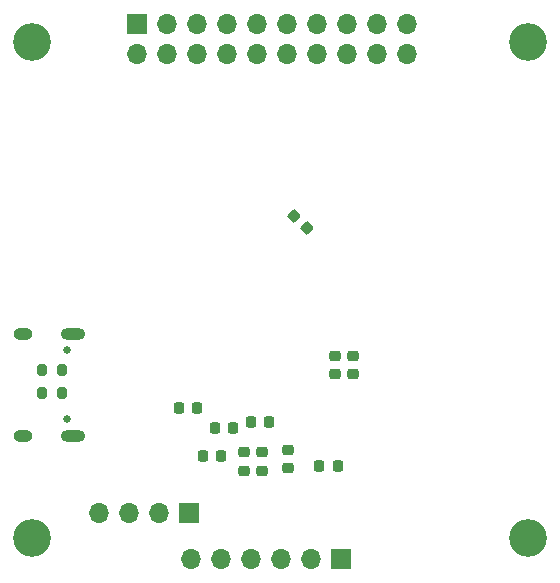
<source format=gbs>
%TF.GenerationSoftware,KiCad,Pcbnew,(7.0.0)*%
%TF.CreationDate,2023-04-01T17:32:09+03:00*%
%TF.ProjectId,base_board,62617365-5f62-46f6-9172-642e6b696361,rev?*%
%TF.SameCoordinates,Original*%
%TF.FileFunction,Soldermask,Bot*%
%TF.FilePolarity,Negative*%
%FSLAX46Y46*%
G04 Gerber Fmt 4.6, Leading zero omitted, Abs format (unit mm)*
G04 Created by KiCad (PCBNEW (7.0.0)) date 2023-04-01 17:32:09*
%MOMM*%
%LPD*%
G01*
G04 APERTURE LIST*
G04 Aperture macros list*
%AMRoundRect*
0 Rectangle with rounded corners*
0 $1 Rounding radius*
0 $2 $3 $4 $5 $6 $7 $8 $9 X,Y pos of 4 corners*
0 Add a 4 corners polygon primitive as box body*
4,1,4,$2,$3,$4,$5,$6,$7,$8,$9,$2,$3,0*
0 Add four circle primitives for the rounded corners*
1,1,$1+$1,$2,$3*
1,1,$1+$1,$4,$5*
1,1,$1+$1,$6,$7*
1,1,$1+$1,$8,$9*
0 Add four rect primitives between the rounded corners*
20,1,$1+$1,$2,$3,$4,$5,0*
20,1,$1+$1,$4,$5,$6,$7,0*
20,1,$1+$1,$6,$7,$8,$9,0*
20,1,$1+$1,$8,$9,$2,$3,0*%
G04 Aperture macros list end*
%ADD10C,3.200000*%
%ADD11R,1.700000X1.700000*%
%ADD12O,1.700000X1.700000*%
%ADD13C,0.650000*%
%ADD14O,2.100000X1.000000*%
%ADD15O,1.600000X1.000000*%
%ADD16RoundRect,0.225000X-0.225000X-0.250000X0.225000X-0.250000X0.225000X0.250000X-0.225000X0.250000X0*%
%ADD17RoundRect,0.225000X0.250000X-0.225000X0.250000X0.225000X-0.250000X0.225000X-0.250000X-0.225000X0*%
%ADD18RoundRect,0.225000X-0.250000X0.225000X-0.250000X-0.225000X0.250000X-0.225000X0.250000X0.225000X0*%
%ADD19RoundRect,0.225000X-0.335876X-0.017678X-0.017678X-0.335876X0.335876X0.017678X0.017678X0.335876X0*%
%ADD20RoundRect,0.225000X0.225000X0.250000X-0.225000X0.250000X-0.225000X-0.250000X0.225000X-0.250000X0*%
%ADD21RoundRect,0.200000X-0.200000X-0.275000X0.200000X-0.275000X0.200000X0.275000X-0.200000X0.275000X0*%
%ADD22RoundRect,0.200000X0.200000X0.275000X-0.200000X0.275000X-0.200000X-0.275000X0.200000X-0.275000X0*%
G04 APERTURE END LIST*
D10*
X107000000Y-114000000D03*
D11*
X115839999Y-70459999D03*
D12*
X115839999Y-72999999D03*
X118379999Y-70459999D03*
X118379999Y-72999999D03*
X120919999Y-70459999D03*
X120919999Y-72999999D03*
X123459999Y-70459999D03*
X123459999Y-72999999D03*
X125999999Y-70459999D03*
X125999999Y-72999999D03*
X128539999Y-70459999D03*
X128539999Y-72999999D03*
X131079999Y-70459999D03*
X131079999Y-72999999D03*
X133619999Y-70459999D03*
X133619999Y-72999999D03*
X136159999Y-70459999D03*
X136159999Y-72999999D03*
X138699999Y-70459999D03*
X138699999Y-72999999D03*
D11*
X133169999Y-115749999D03*
D12*
X130629999Y-115749999D03*
X128089999Y-115749999D03*
X125549999Y-115749999D03*
X123009999Y-115749999D03*
X120469999Y-115749999D03*
D10*
X149000000Y-114000000D03*
X149000000Y-72000000D03*
D11*
X120279999Y-111869999D03*
D12*
X117739999Y-111869999D03*
X115199999Y-111869999D03*
X112659999Y-111869999D03*
D13*
X109915000Y-98090000D03*
X109915000Y-103870000D03*
D14*
X110414999Y-96659999D03*
D15*
X106234999Y-96659999D03*
D14*
X110414999Y-105299999D03*
D15*
X106234999Y-105299999D03*
D10*
X107000000Y-72000000D03*
D16*
X131310000Y-107910000D03*
X132860000Y-107910000D03*
D17*
X134180000Y-100075000D03*
X134180000Y-98525000D03*
D18*
X126450000Y-106705000D03*
X126450000Y-108255000D03*
D19*
X129161992Y-86661992D03*
X130258008Y-87758008D03*
D18*
X124890000Y-106705000D03*
X124890000Y-108255000D03*
X128620000Y-106525000D03*
X128620000Y-108075000D03*
D20*
X127075000Y-104110000D03*
X125525000Y-104110000D03*
D16*
X122435000Y-104610000D03*
X123985000Y-104610000D03*
D20*
X122985000Y-107040000D03*
X121435000Y-107040000D03*
D21*
X107855000Y-99750000D03*
X109505000Y-99750000D03*
D17*
X132630000Y-100075000D03*
X132630000Y-98525000D03*
D22*
X109515000Y-101690000D03*
X107865000Y-101690000D03*
D16*
X119390000Y-102980000D03*
X120940000Y-102980000D03*
M02*

</source>
